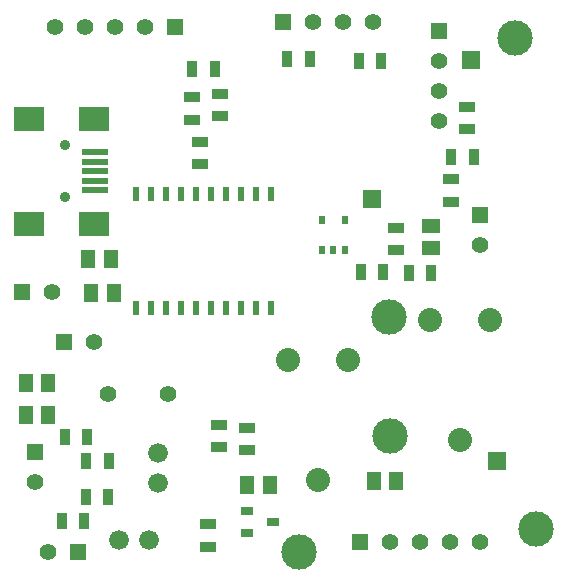
<source format=gts>
G04 (created by PCBNEW (2013-07-07 BZR 4022)-stable) date 24/04/2015 17:20:23*
%MOIN*%
G04 Gerber Fmt 3.4, Leading zero omitted, Abs format*
%FSLAX34Y34*%
G01*
G70*
G90*
G04 APERTURE LIST*
%ADD10C,0.00590551*%
%ADD11C,0.11811*%
%ADD12R,0.0906X0.0197*%
%ADD13R,0.0984X0.0787*%
%ADD14C,0.0354*%
%ADD15R,0.02X0.03*%
%ADD16R,0.0394X0.0315*%
%ADD17R,0.02X0.05*%
%ADD18R,0.0590551X0.0590551*%
%ADD19R,0.055X0.035*%
%ADD20R,0.035X0.055*%
%ADD21R,0.055X0.055*%
%ADD22C,0.055*%
%ADD23C,0.08*%
%ADD24C,0.066*%
%ADD25C,0.056*%
%ADD26R,0.0512X0.059*%
%ADD27R,0.059X0.0512*%
G04 APERTURE END LIST*
G54D10*
G54D11*
X58590Y-47775D03*
X59290Y-64155D03*
G54D12*
X44618Y-51590D03*
X44618Y-51905D03*
X44618Y-52220D03*
X44618Y-52535D03*
X44618Y-52850D03*
G54D13*
X44579Y-50468D03*
X42414Y-50468D03*
X44579Y-53972D03*
X42414Y-53972D03*
G54D14*
X43595Y-51354D03*
X43595Y-53086D03*
G54D11*
X54385Y-57090D03*
X54420Y-61035D03*
X51415Y-64920D03*
G54D15*
X52175Y-54830D03*
X52925Y-54830D03*
X52175Y-53830D03*
X52550Y-54830D03*
X52925Y-53830D03*
G54D16*
X50533Y-63915D03*
X49667Y-64290D03*
X49667Y-63540D03*
G54D17*
X50475Y-52985D03*
X49975Y-52985D03*
X49475Y-52985D03*
X48975Y-52985D03*
X48475Y-52985D03*
X47975Y-52985D03*
X47475Y-52985D03*
X46975Y-52985D03*
X46475Y-52985D03*
X45975Y-52985D03*
X45975Y-56785D03*
X46475Y-56785D03*
X46975Y-56785D03*
X47475Y-56785D03*
X47975Y-56785D03*
X48475Y-56785D03*
X48975Y-56785D03*
X49475Y-56785D03*
X49975Y-56785D03*
X50475Y-56785D03*
G54D18*
X57120Y-48506D03*
X53850Y-53156D03*
X57990Y-61871D03*
G54D19*
X49665Y-60770D03*
X49665Y-61520D03*
X57015Y-50820D03*
X57015Y-50070D03*
X47850Y-49755D03*
X47850Y-50505D03*
G54D20*
X53385Y-48555D03*
X54135Y-48555D03*
X51765Y-48465D03*
X51015Y-48465D03*
G54D19*
X48105Y-51990D03*
X48105Y-51240D03*
X48375Y-64725D03*
X48375Y-63975D03*
X48735Y-60660D03*
X48735Y-61410D03*
G54D20*
X44285Y-63090D03*
X45035Y-63090D03*
X43485Y-63870D03*
X44235Y-63870D03*
X57225Y-51735D03*
X56475Y-51735D03*
G54D19*
X48775Y-50380D03*
X48775Y-49630D03*
X56475Y-53235D03*
X56475Y-52485D03*
G54D20*
X47850Y-48820D03*
X48600Y-48820D03*
X44305Y-61865D03*
X45055Y-61865D03*
X43590Y-61080D03*
X44340Y-61080D03*
X55815Y-55615D03*
X55065Y-55615D03*
X54210Y-55560D03*
X53460Y-55560D03*
G54D19*
X54630Y-54105D03*
X54630Y-54855D03*
G54D21*
X47275Y-47415D03*
G54D22*
X46275Y-47415D03*
X45275Y-47415D03*
X44275Y-47415D03*
X43275Y-47415D03*
G54D21*
X53425Y-64590D03*
G54D22*
X54425Y-64590D03*
X55425Y-64590D03*
X56425Y-64590D03*
X57425Y-64590D03*
G54D21*
X50880Y-47230D03*
G54D22*
X51880Y-47230D03*
X52880Y-47230D03*
X53880Y-47230D03*
G54D21*
X56070Y-47535D03*
G54D22*
X56070Y-48535D03*
X56070Y-49535D03*
X56070Y-50535D03*
G54D21*
X42160Y-56250D03*
G54D22*
X43160Y-56250D03*
G54D21*
X43570Y-57900D03*
G54D22*
X44570Y-57900D03*
G54D21*
X57435Y-53680D03*
G54D22*
X57435Y-54680D03*
G54D21*
X42615Y-61570D03*
G54D22*
X42615Y-62570D03*
G54D23*
X53030Y-58520D03*
X52030Y-62520D03*
X51030Y-58520D03*
X57770Y-57185D03*
X56770Y-61185D03*
X55770Y-57185D03*
G54D24*
X45415Y-64500D03*
X46415Y-64500D03*
X46705Y-62605D03*
X46705Y-61605D03*
G54D25*
X47025Y-59640D03*
X45025Y-59640D03*
G54D26*
X44475Y-56265D03*
X45225Y-56265D03*
X49675Y-62685D03*
X50425Y-62685D03*
X44375Y-55130D03*
X45125Y-55130D03*
X53900Y-62525D03*
X54650Y-62525D03*
X42285Y-60330D03*
X43035Y-60330D03*
X42290Y-59290D03*
X43040Y-59290D03*
G54D27*
X55790Y-54780D03*
X55790Y-54030D03*
G54D21*
X44040Y-64920D03*
G54D22*
X43040Y-64920D03*
M02*

</source>
